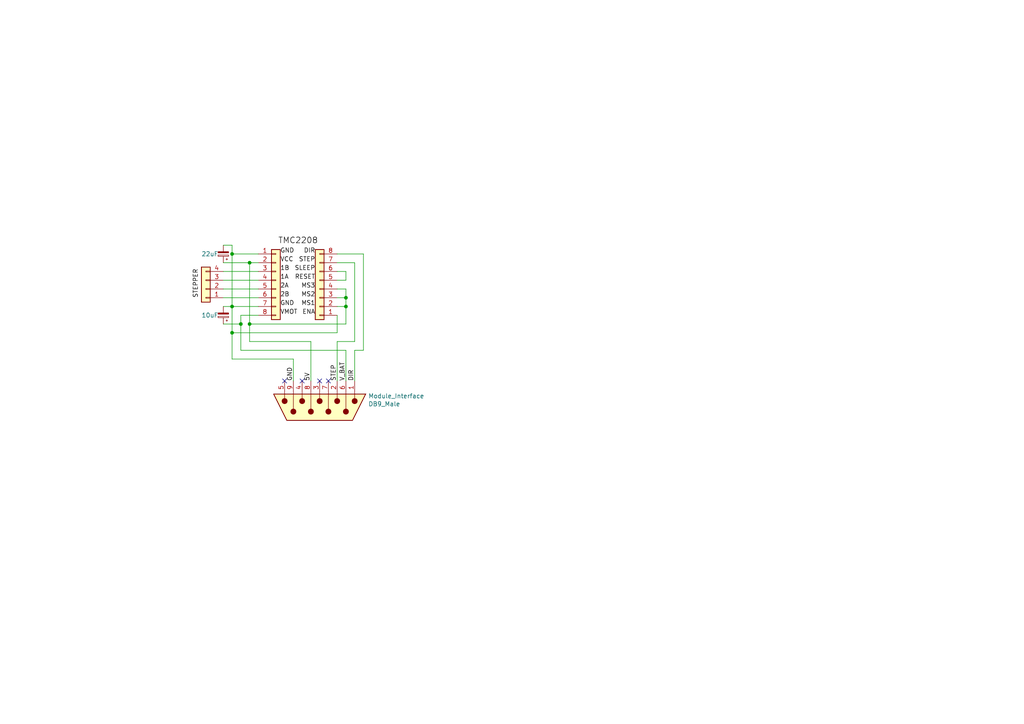
<source format=kicad_sch>
(kicad_sch (version 20211123) (generator eeschema)
  (paper "A4")
  (lib_symbols
    (symbol "Connector:DB9_Male" (pin_names (offset 1.016) hide)
      (property "Reference" "J" (at 0 13.97 0))
      (property "Value" "DB9_Male" (at 0 -14.605 0))
      (symbol "DB9_Male_0_1"
        (circle (center -1.778 -10.16) (radius 0.762) (fill (type outline)))
        (circle (center -1.778 -5.08) (radius 0.762) (fill (type outline)))
        (circle (center -1.778 0) (radius 0.762) (fill (type outline)))
        (circle (center -1.778 5.08) (radius 0.762) (fill (type outline)))
        (circle (center -1.778 10.16) (radius 0.762) (fill (type outline)))
        (polyline (pts (xy -3.81 -10.16) (xy -2.54 -10.16)))
        (polyline (pts (xy -3.81 -7.62) (xy 0.508 -7.62)))
        (polyline (pts (xy -3.81 -5.08) (xy -2.54 -5.08)))
        (polyline (pts (xy -3.81 -2.54) (xy 0.508 -2.54)))
        (polyline (pts (xy -3.81 0) (xy -2.54 0)))
        (polyline (pts (xy -3.81 2.54) (xy 0.508 2.54)))
        (polyline (pts (xy -3.81 5.08) (xy -2.54 5.08)))
        (polyline (pts (xy -3.81 7.62) (xy 0.508 7.62)))
        (polyline (pts (xy -3.81 10.16) (xy -2.54 10.16)))
        (polyline (pts (xy -3.81 -13.335) (xy -3.81 13.335) (xy 3.81 9.525) (xy 3.81 -9.525) (xy -3.81 -13.335)) (stroke (width 0.254)) (fill (type background)))
        (circle (center 1.27 -7.62) (radius 0.762) (fill (type outline)))
        (circle (center 1.27 -2.54) (radius 0.762) (fill (type outline)))
        (circle (center 1.27 2.54) (radius 0.762) (fill (type outline)))
        (circle (center 1.27 7.62) (radius 0.762) (fill (type outline)))
      )
      (symbol "DB9_Male_1_1"
        (pin passive line (at -7.62 -10.16 0) (length 3.81) (name "1") (number "1"))
        (pin passive line (at -7.62 -5.08 0) (length 3.81) (name "2") (number "2"))
        (pin passive line (at -7.62 0 0) (length 3.81) (name "3") (number "3"))
        (pin passive line (at -7.62 5.08 0) (length 3.81) (name "4") (number "4"))
        (pin passive line (at -7.62 10.16 0) (length 3.81) (name "5") (number "5"))
        (pin passive line (at -7.62 -7.62 0) (length 3.81) (name "6") (number "6"))
        (pin passive line (at -7.62 -2.54 0) (length 3.81) (name "7") (number "7"))
        (pin passive line (at -7.62 2.54 0) (length 3.81) (name "8") (number "8"))
        (pin passive line (at -7.62 7.62 0) (length 3.81) (name "9") (number "9"))
      )
    )
    (symbol "Connector_Generic:Conn_01x04" (pin_names (offset 1.016) hide)
      (property "Reference" "J" (at 0 5.08 0))
      (property "Value" "Conn_01x04" (at 0 -7.62 0))
      (symbol "Conn_01x04_1_1"
        (rectangle (start -1.27 -4.953) (end 0 -5.207) (stroke (width 0.1524)))
        (rectangle (start -1.27 -2.413) (end 0 -2.667) (stroke (width 0.1524)))
        (rectangle (start -1.27 0.127) (end 0 -0.127) (stroke (width 0.1524)))
        (rectangle (start -1.27 2.667) (end 0 2.413) (stroke (width 0.1524)))
        (rectangle (start -1.27 3.81) (end 1.27 -6.35) (stroke (width 0.254)) (fill (type background)))
        (pin passive line (at -5.08 2.54 0) (length 3.81) (name "Pin_1") (number "1"))
        (pin passive line (at -5.08 0 0) (length 3.81) (name "Pin_2") (number "2"))
        (pin passive line (at -5.08 -2.54 0) (length 3.81) (name "Pin_3") (number "3"))
        (pin passive line (at -5.08 -5.08 0) (length 3.81) (name "Pin_4") (number "4"))
      )
    )
    (symbol "Connector_Generic:Conn_01x08" (pin_names (offset 1.016) hide)
      (property "Reference" "J" (at 0 10.16 0))
      (property "Value" "Conn_01x08" (at 0 -12.7 0))
      (symbol "Conn_01x08_1_1"
        (rectangle (start -1.27 -10.033) (end 0 -10.287) (stroke (width 0.1524)))
        (rectangle (start -1.27 -7.493) (end 0 -7.747) (stroke (width 0.1524)))
        (rectangle (start -1.27 -4.953) (end 0 -5.207) (stroke (width 0.1524)))
        (rectangle (start -1.27 -2.413) (end 0 -2.667) (stroke (width 0.1524)))
        (rectangle (start -1.27 0.127) (end 0 -0.127) (stroke (width 0.1524)))
        (rectangle (start -1.27 2.667) (end 0 2.413) (stroke (width 0.1524)))
        (rectangle (start -1.27 5.207) (end 0 4.953) (stroke (width 0.1524)))
        (rectangle (start -1.27 7.747) (end 0 7.493) (stroke (width 0.1524)))
        (rectangle (start -1.27 8.89) (end 1.27 -11.43) (stroke (width 0.254)) (fill (type background)))
        (pin passive line (at -5.08 7.62 0) (length 3.81) (name "Pin_1") (number "1"))
        (pin passive line (at -5.08 5.08 0) (length 3.81) (name "Pin_2") (number "2"))
        (pin passive line (at -5.08 2.54 0) (length 3.81) (name "Pin_3") (number "3"))
        (pin passive line (at -5.08 0 0) (length 3.81) (name "Pin_4") (number "4"))
        (pin passive line (at -5.08 -2.54 0) (length 3.81) (name "Pin_5") (number "5"))
        (pin passive line (at -5.08 -5.08 0) (length 3.81) (name "Pin_6") (number "6"))
        (pin passive line (at -5.08 -7.62 0) (length 3.81) (name "Pin_7") (number "7"))
        (pin passive line (at -5.08 -10.16 0) (length 3.81) (name "Pin_8") (number "8"))
      )
    )
    (symbol "Device:C_Polarized_Small" (pin_numbers hide) (pin_names (offset 0.254) hide)
      (property "Reference" "C" (at 0.254 1.778 0))
      (property "Value" "C_Polarized_Small" (at 0.254 -2.032 0))
      (symbol "C_Polarized_Small_0_1"
        (rectangle (start -1.524 -0.3048) (end 1.524 -0.6858) (fill (type outline)))
        (rectangle (start -1.524 0.6858) (end 1.524 0.3048))
        (polyline (pts (xy -1.27 1.524) (xy -0.762 1.524)))
        (polyline (pts (xy -1.016 1.27) (xy -1.016 1.778)))
      )
      (symbol "C_Polarized_Small_1_1"
        (pin passive line (at 0 2.54 270) (length 1.8542) (name "~") (number "1"))
        (pin passive line (at 0 -2.54 90) (length 1.8542) (name "~") (number "2"))
      )
    )
  )
  (junction (at 72.39 76.2))
  (junction (at 100.33 88.9))
  (junction (at 100.33 86.36))
  (junction (at 67.31 73.66))
  (junction (at 67.31 88.9))
  (junction (at 72.39 93.98))
  (junction (at 69.85 93.98))
  (junction (at 67.31 96.52))
  (no_connect (at 95.25 110.49))
  (no_connect (at 82.55 110.49))
  (no_connect (at 92.71 110.49))
  (no_connect (at 87.63 110.49))
  (wire (pts (xy 69.85 91.44) (xy 69.85 93.98)))
  (wire (pts (xy 67.31 96.52) (xy 67.31 104.14)))
  (wire (pts (xy 67.31 73.66) (xy 74.93 73.66)))
  (wire (pts (xy 69.85 101.6) (xy 100.33 101.6)))
  (wire (pts (xy 105.41 101.6) (xy 105.41 73.66)))
  (wire (pts (xy 64.77 81.28) (xy 74.93 81.28)))
  (wire (pts (xy 97.79 83.82) (xy 100.33 83.82)))
  (wire (pts (xy 105.41 73.66) (xy 97.79 73.66)))
  (wire (pts (xy 90.17 99.06) (xy 72.39 99.06)))
  (wire (pts (xy 64.77 93.98) (xy 69.85 93.98)))
  (wire (pts (xy 97.79 91.44) (xy 97.79 96.52)))
  (wire (pts (xy 102.87 101.6) (xy 105.41 101.6)))
  (wire (pts (xy 100.33 88.9) (xy 97.79 88.9)))
  (wire (pts (xy 67.31 96.52) (xy 97.79 96.52)))
  (wire (pts (xy 64.77 83.82) (xy 74.93 83.82)))
  (wire (pts (xy 67.31 88.9) (xy 67.31 73.66)))
  (wire (pts (xy 97.79 78.74) (xy 100.33 78.74)))
  (wire (pts (xy 85.09 104.14) (xy 85.09 110.49)))
  (wire (pts (xy 69.85 91.44) (xy 74.93 91.44)))
  (wire (pts (xy 100.33 86.36) (xy 97.79 86.36)))
  (wire (pts (xy 90.17 99.06) (xy 90.17 110.49)))
  (wire (pts (xy 69.85 93.98) (xy 69.85 101.6)))
  (wire (pts (xy 64.77 78.74) (xy 74.93 78.74)))
  (wire (pts (xy 64.77 88.9) (xy 67.31 88.9)))
  (wire (pts (xy 97.79 99.06) (xy 97.79 110.49)))
  (wire (pts (xy 67.31 71.12) (xy 67.31 73.66)))
  (wire (pts (xy 67.31 104.14) (xy 85.09 104.14)))
  (wire (pts (xy 72.39 93.98) (xy 100.33 93.98)))
  (wire (pts (xy 102.87 101.6) (xy 102.87 110.49)))
  (wire (pts (xy 67.31 71.12) (xy 64.77 71.12)))
  (wire (pts (xy 100.33 78.74) (xy 100.33 81.28)))
  (wire (pts (xy 97.79 76.2) (xy 102.87 76.2)))
  (wire (pts (xy 100.33 101.6) (xy 100.33 110.49)))
  (wire (pts (xy 102.87 76.2) (xy 102.87 99.06)))
  (wire (pts (xy 100.33 86.36) (xy 100.33 88.9)))
  (wire (pts (xy 100.33 93.98) (xy 100.33 88.9)))
  (wire (pts (xy 72.39 76.2) (xy 74.93 76.2)))
  (wire (pts (xy 64.77 86.36) (xy 74.93 86.36)))
  (wire (pts (xy 64.77 76.2) (xy 72.39 76.2)))
  (wire (pts (xy 100.33 83.82) (xy 100.33 86.36)))
  (wire (pts (xy 67.31 88.9) (xy 67.31 96.52)))
  (wire (pts (xy 72.39 99.06) (xy 72.39 93.98)))
  (wire (pts (xy 102.87 99.06) (xy 97.79 99.06)))
  (wire (pts (xy 72.39 76.2) (xy 72.39 93.98)))
  (wire (pts (xy 67.31 88.9) (xy 74.93 88.9)))
  (wire (pts (xy 100.33 81.28) (xy 97.79 81.28)))
  (label "RESET" (at 91.44 81.28 180))
  (label "STEP" (at 91.44 76.2 180))
  (label "GND" (at 81.28 88.9 0))
  (label "VMOT" (at 81.28 91.44 0))
  (label "SLEEP" (at 91.44 78.74 180))
  (label "MS3" (at 91.44 83.82 180))
  (label "V_BAT" (at 100.33 110.49 90))
  (label "VCC" (at 81.28 76.2 0))
  (label "DIR" (at 91.44 73.66 180))
  (label "TMC2208" (at 80.645 71.12 0) (effects (font (size 1.7 1.7))))
  (label "MS2" (at 91.44 86.36 180))
  (label "1B" (at 81.28 78.74 0))
  (label "STEP" (at 97.79 110.49 90))
  (label "5V" (at 90.17 110.49 90))
  (label "MS1" (at 91.44 88.9 180))
  (label "1A" (at 81.28 81.28 0))
  (label "DIR" (at 102.87 110.49 90))
  (label "STEPPER" (at 57.785 86.36 90))
  (label "GND" (at 85.09 110.49 90))
  (label "ENA" (at 91.44 91.44 180))
  (label "2B" (at 81.28 86.36 0))
  (label "2A" (at 81.28 83.82 0))
  (label "GND" (at 81.28 73.66 0))
  (symbol (lib_id "Connector_Generic:Conn_01x08") (at 80.01 81.28 0) (unit 1)
    (property "Reference" "conn_1" (effects hide))
    (property "Value" "TMC2208" (effects hide))
  )
  (symbol (lib_id "Connector_Generic:Conn_01x08") (at 92.71 83.82 180) (unit 1)
    (property "Reference" "conn_1" (effects hide))
    (property "Value" "TMC2208" (effects hide))
  )
  (symbol (lib_id "Connector_Generic:Conn_01x04") (at 59.69 83.82 180) (unit 1)
    (property "Reference" "JST_Motor" (effects hide))
    (property "Value" "Conn_01x04" (effects hide))
  )
  (symbol (lib_id "Connector:DB9_Male") (at 92.71 118.11 90) (mirror x) (unit 1)
    (property "Reference" "Module_Interface" (at 106.807 114.8588 90) (effects (justify right)))
    (property "Value" "DB9_Male" (at 106.807 117.1702 90) (effects (justify right)))
    (property "Datasheet" " ~" (effects hide))
  )
  (symbol (lib_id "Device:C_Polarized_Small") (at 64.77 91.44 180) (unit 1)
    (property "Reference" "C?" (effects hide))
    (property "Value" "10uF" (at 58.42 91.44 0) (effects (justify right)))
  )
  (symbol (lib_id "Device:C_Polarized_Small") (at 64.77 73.66 180) (unit 1)
    (property "Reference" "C?" (effects hide))
    (property "Value" "22uF" (at 58.42 73.66 0) (effects (justify right)))
  )
)
</source>
